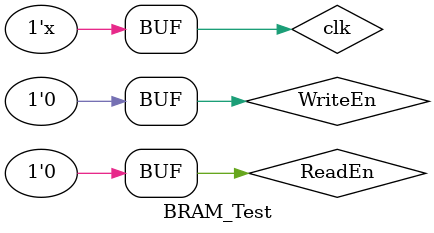
<source format=v>
`timescale 1ns / 1ps


module BRAM_Test();

    parameter W = 8;
    reg clk, rst;
    reg WriteEn, ReadEn;
    reg [W-1:0] DataIn;
    wire [W-1:0] DataOut;
    reg [4:0] Address;

    always #2 clk = ~clk;

    always@(posedge clk)
    begin
        DataIn <= DataIn + 1;
        if(WriteEn | ReadEn)
            Address <= Address + 1;
        else
            Address <= 0;
    end

    initial
    begin
        clk <= 0;
        WriteEn <= 0;
        ReadEn <= 0;
        Address <= 0;
        DataIn <= 0;
        # 6
        WriteEn <= 1;
        # 128
        WriteEn <= 0;
        # 12
        ReadEn <= 1;
        # 128
        ReadEn <= 0;
    end




    Residual_BRAM uut(
        .clka(clk),
        .ena(WriteEn | ReadEn),
        .wea(WriteEn),
        .dina(DataIn),
        .douta(DataOut),
        .addra(Address)
    );



endmodule

</source>
